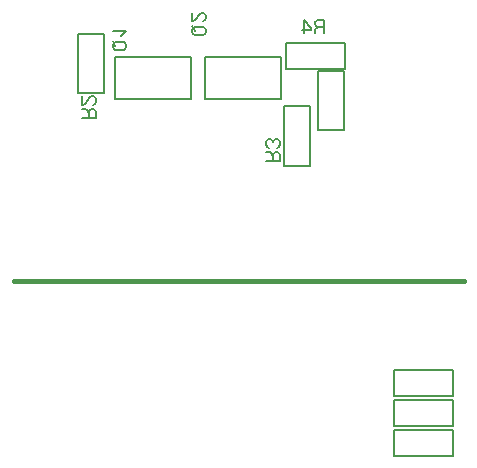
<source format=gbo>
%FSLAX34Y34*%
%MOMM*%
%LNSILK_BOTTOM*%
G71*
G01*
%ADD10C, 0.15*%
%ADD11C, 0.21*%
%ADD12C, 0.40*%
%LPD*%
G54D10*
X163115Y944686D02*
X163115Y909686D01*
X98115Y909686D01*
X98115Y944686D01*
X163115Y944686D01*
G54D11*
X98624Y953961D02*
X96457Y958294D01*
G54D11*
X105846Y957427D02*
X98624Y957427D01*
X97179Y956561D01*
X96457Y954827D01*
X96457Y953094D01*
X97179Y951361D01*
X98624Y950494D01*
X105846Y950494D01*
X107290Y951361D01*
X108012Y953094D01*
X108012Y954827D01*
X107290Y956561D01*
X105846Y957427D01*
G54D11*
X103679Y962338D02*
X108012Y966671D01*
X96457Y966671D01*
G54D10*
X239315Y944686D02*
X239315Y909686D01*
X174315Y909686D01*
X174315Y944686D01*
X239315Y944686D01*
G54D11*
X165853Y967125D02*
X163687Y971459D01*
G54D11*
X173076Y970592D02*
X165853Y970592D01*
X164409Y969725D01*
X163687Y967992D01*
X163687Y966259D01*
X164409Y964525D01*
X165853Y963659D01*
X173076Y963659D01*
X174520Y964525D01*
X175242Y966259D01*
X175242Y967992D01*
X174520Y969725D01*
X173076Y970592D01*
G54D11*
X163687Y982436D02*
X163687Y975503D01*
X164409Y975503D01*
X165853Y976369D01*
X170187Y981569D01*
X171631Y982436D01*
X173076Y982436D01*
X174520Y981569D01*
X175242Y979836D01*
X175242Y978103D01*
X174520Y976369D01*
X173076Y975503D01*
G54D10*
X88800Y964800D02*
X66800Y964800D01*
X66800Y914800D01*
X88800Y914800D01*
X88800Y964800D01*
G54D11*
X76244Y897100D02*
X74800Y899700D01*
X73355Y900567D01*
X70466Y900567D01*
G54D11*
X70466Y893634D02*
X82022Y893634D01*
X82022Y897967D01*
X81300Y899700D01*
X79855Y900567D01*
X78411Y900567D01*
X76966Y899700D01*
X76244Y897967D01*
X76244Y893634D01*
G54D11*
X70466Y911544D02*
X70466Y904610D01*
X71189Y904610D01*
X72633Y905477D01*
X76966Y910677D01*
X78411Y911544D01*
X79855Y911544D01*
X81300Y910677D01*
X82022Y908944D01*
X82022Y907210D01*
X81300Y905477D01*
X79855Y904610D01*
G54D10*
X293300Y935150D02*
X293300Y957150D01*
X243300Y957150D01*
X243300Y935150D01*
X293300Y935150D01*
G54D11*
X271533Y970628D02*
X268933Y969183D01*
X268067Y967739D01*
X268067Y964850D01*
G54D11*
X275000Y964850D02*
X275000Y976406D01*
X270667Y976406D01*
X268933Y975683D01*
X268067Y974239D01*
X268067Y972794D01*
X268933Y971350D01*
X270667Y970628D01*
X275000Y970628D01*
G54D11*
X258823Y964850D02*
X258823Y976406D01*
X264023Y969183D01*
X264023Y967739D01*
X257090Y967739D01*
G54D10*
X270000Y883050D02*
X292000Y883050D01*
X292000Y933050D01*
X270000Y933050D01*
X270000Y883050D01*
G54D10*
X263801Y903046D02*
X241801Y903046D01*
X241801Y853046D01*
X263801Y853046D01*
X263801Y903046D01*
G54D11*
X232196Y860746D02*
X230751Y863346D01*
X229307Y864212D01*
X226418Y864212D01*
G54D11*
X226418Y857279D02*
X237973Y857279D01*
X237973Y861612D01*
X237251Y863346D01*
X235807Y864212D01*
X234362Y864212D01*
X232918Y863346D01*
X232196Y861612D01*
X232196Y857279D01*
G54D11*
X235807Y868256D02*
X237251Y869123D01*
X237973Y870856D01*
X237973Y872589D01*
X237251Y874323D01*
X235807Y875189D01*
X234362Y875189D01*
X232918Y874323D01*
X232196Y872589D01*
X231473Y874323D01*
X230029Y875189D01*
X228584Y875189D01*
X227140Y874323D01*
X226418Y872589D01*
X226418Y870856D01*
X227140Y869123D01*
X228584Y868256D01*
G54D10*
X384641Y679916D02*
X384641Y657916D01*
X334641Y657916D01*
X334641Y679916D01*
X384641Y679916D01*
G54D10*
X384641Y654516D02*
X384641Y632516D01*
X334641Y632516D01*
X334641Y654516D01*
X384641Y654516D01*
G54D10*
X384641Y629116D02*
X384641Y607116D01*
X334641Y607116D01*
X334641Y629116D01*
X384641Y629116D01*
G54D12*
X12700Y755650D02*
X393700Y755650D01*
M02*

</source>
